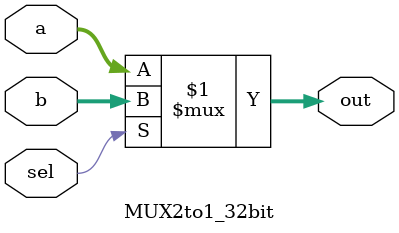
<source format=sv>
`timescale 1ns/1ns
module MUX2to1_32bit(input [31:0] a, b, input sel,output [31:0] out);
   assign out = sel ? b : a;       
endmodule



</source>
